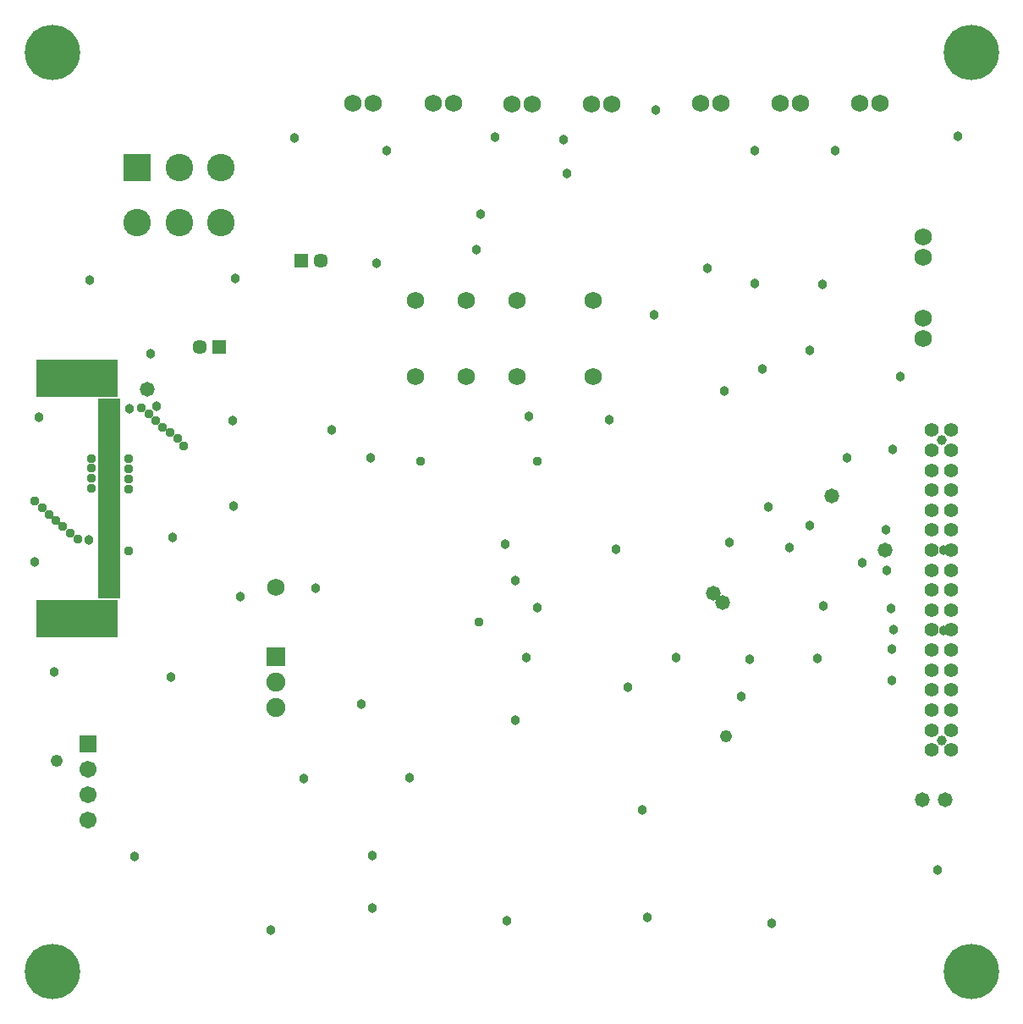
<source format=gbs>
%FSLAX23Y23*%
%MOIN*%
G70*
G01*
G75*
G04 Layer_Color=16711935*
%ADD10R,0.063X0.071*%
%ADD11R,0.028X0.035*%
%ADD12R,0.047X0.013*%
%ADD13R,0.071X0.063*%
%ADD14R,0.022X0.057*%
%ADD15R,0.022X0.057*%
%ADD16R,0.315X0.138*%
%ADD17R,0.079X0.012*%
%ADD18R,0.130X0.060*%
%ADD19O,0.028X0.098*%
%ADD20R,0.033X0.039*%
%ADD21R,0.033X0.039*%
%ADD22C,0.060*%
%ADD23R,0.118X0.039*%
%ADD24C,0.010*%
%ADD25C,0.012*%
%ADD26C,0.015*%
%ADD27C,0.050*%
%ADD28C,0.020*%
%ADD29C,0.025*%
%ADD30R,0.049X0.049*%
%ADD31C,0.049*%
%ADD32C,0.067*%
%ADD33R,0.067X0.067*%
%ADD34R,0.100X0.100*%
%ADD35C,0.100*%
%ADD36C,0.210*%
%ADD37R,0.059X0.059*%
%ADD38C,0.059*%
%ADD39C,0.047*%
%ADD40C,0.039*%
%ADD41C,0.030*%
%ADD42C,0.029*%
%ADD43C,0.040*%
%ADD44C,0.050*%
%ADD45C,0.008*%
%ADD46C,0.010*%
%ADD47C,0.004*%
%ADD48C,0.007*%
%ADD49C,0.006*%
%ADD50C,0.008*%
%ADD51R,0.071X0.079*%
%ADD52R,0.036X0.043*%
%ADD53R,0.055X0.021*%
%ADD54R,0.079X0.071*%
%ADD55R,0.030X0.065*%
%ADD56R,0.030X0.065*%
%ADD57R,0.323X0.146*%
%ADD58R,0.087X0.020*%
%ADD59R,0.138X0.068*%
%ADD60O,0.036X0.106*%
%ADD61R,0.041X0.047*%
%ADD62R,0.041X0.047*%
%ADD63C,0.068*%
%ADD64R,0.126X0.047*%
%ADD65R,0.057X0.057*%
%ADD66C,0.057*%
%ADD67C,0.075*%
%ADD68R,0.075X0.075*%
%ADD69R,0.108X0.108*%
%ADD70C,0.108*%
%ADD71C,0.218*%
%ADD72R,0.067X0.067*%
%ADD73C,0.067*%
%ADD74C,0.055*%
%ADD75C,0.038*%
%ADD76C,0.037*%
%ADD77C,0.048*%
%ADD78C,0.058*%
D40*
X3504Y913D02*
D03*
X3504Y2095D02*
D03*
D57*
X99Y1392D02*
D03*
X99Y2339D02*
D03*
D58*
X226Y1481D02*
D03*
X226Y1501D02*
D03*
X226Y1521D02*
D03*
X226Y1541D02*
D03*
X226Y1560D02*
D03*
X226Y1580D02*
D03*
X226Y1600D02*
D03*
X226Y1619D02*
D03*
X226Y1639D02*
D03*
X226Y1659D02*
D03*
X226Y1678D02*
D03*
X226Y1698D02*
D03*
X226Y1718D02*
D03*
X226Y1737D02*
D03*
X226Y1757D02*
D03*
X226Y1777D02*
D03*
X226Y1796D02*
D03*
X226Y1816D02*
D03*
X226Y1836D02*
D03*
X226Y1855D02*
D03*
X226Y1875D02*
D03*
X226Y1895D02*
D03*
X226Y1915D02*
D03*
X226Y1934D02*
D03*
X226Y1954D02*
D03*
X226Y1974D02*
D03*
X226Y1993D02*
D03*
X226Y2013D02*
D03*
X226Y2033D02*
D03*
X226Y2052D02*
D03*
X226Y2072D02*
D03*
X226Y2092D02*
D03*
X226Y2111D02*
D03*
X226Y2131D02*
D03*
X226Y2151D02*
D03*
X226Y2170D02*
D03*
X226Y2190D02*
D03*
X226Y2210D02*
D03*
X226Y2229D02*
D03*
X226Y2249D02*
D03*
D63*
X2132Y2644D02*
D03*
X1832Y2644D02*
D03*
X1632Y2644D02*
D03*
X1432Y2644D02*
D03*
X1432Y2344D02*
D03*
X1632Y2344D02*
D03*
X1832Y2344D02*
D03*
X2132Y2344D02*
D03*
X1500Y3420D02*
D03*
X1580Y3420D02*
D03*
X3181Y3420D02*
D03*
X3261Y3420D02*
D03*
X2556Y3420D02*
D03*
X2636Y3420D02*
D03*
X2869Y3420D02*
D03*
X2949Y3420D02*
D03*
X1812Y3419D02*
D03*
X1892Y3419D02*
D03*
X2124Y3419D02*
D03*
X2204Y3419D02*
D03*
X1186Y3420D02*
D03*
X1266Y3420D02*
D03*
X3431Y2895D02*
D03*
X3431Y2815D02*
D03*
X3431Y2575D02*
D03*
X3431Y2495D02*
D03*
X881Y1516D02*
D03*
D65*
X659Y2460D02*
D03*
X981Y2800D02*
D03*
D66*
X581Y2460D02*
D03*
X1059Y2800D02*
D03*
D67*
X880Y1040D02*
D03*
X880Y1140D02*
D03*
D68*
X880Y1240D02*
D03*
D69*
X335Y3168D02*
D03*
D70*
X335Y2952D02*
D03*
X500Y2952D02*
D03*
X500Y3168D02*
D03*
X665Y2952D02*
D03*
X665Y3168D02*
D03*
D71*
X-0Y-0D02*
D03*
X-0Y3623D02*
D03*
X3622Y-0D02*
D03*
X3622Y3622D02*
D03*
D72*
X142Y899D02*
D03*
D73*
X142Y799D02*
D03*
X142Y699D02*
D03*
X142Y599D02*
D03*
D74*
X3543Y874D02*
D03*
X3465Y874D02*
D03*
X3543Y953D02*
D03*
X3465Y953D02*
D03*
X3543Y1032D02*
D03*
X3465Y1032D02*
D03*
X3543Y1110D02*
D03*
X3465Y1110D02*
D03*
X3543Y1189D02*
D03*
X3465Y1189D02*
D03*
X3543Y1268D02*
D03*
X3465Y1268D02*
D03*
X3543Y1347D02*
D03*
X3465Y1347D02*
D03*
X3543Y1425D02*
D03*
X3465Y1425D02*
D03*
X3543Y1504D02*
D03*
X3465Y1504D02*
D03*
X3543Y1583D02*
D03*
X3465Y1583D02*
D03*
X3543Y1661D02*
D03*
X3465Y1661D02*
D03*
X3543Y1740D02*
D03*
X3465Y1740D02*
D03*
X3543Y1819D02*
D03*
X3465Y1819D02*
D03*
X3543Y1898D02*
D03*
X3465Y1898D02*
D03*
X3543Y1976D02*
D03*
X3465Y1976D02*
D03*
X3543Y2055D02*
D03*
X3465Y2055D02*
D03*
X3543Y2134D02*
D03*
X3465Y2134D02*
D03*
D75*
X3039Y1440D02*
D03*
X1689Y2984D02*
D03*
X2669Y1692D02*
D03*
X3307Y1272D02*
D03*
X2905Y1673D02*
D03*
X3314Y1347D02*
D03*
X3309Y1148D02*
D03*
X3289Y1582D02*
D03*
X2581Y2770D02*
D03*
X3312Y2059D02*
D03*
X3286Y1741D02*
D03*
X1255Y2024D02*
D03*
X2028Y3144D02*
D03*
X2798Y2375D02*
D03*
X2823Y1833D02*
D03*
X2748Y1231D02*
D03*
X1825Y1540D02*
D03*
X3305Y1430D02*
D03*
X2986Y1757D02*
D03*
X2986Y2449D02*
D03*
X3133Y2026D02*
D03*
X146Y1702D02*
D03*
X305Y2219D02*
D03*
X412Y2229D02*
D03*
X990Y761D02*
D03*
X1409Y764D02*
D03*
X1824Y990D02*
D03*
X712Y2170D02*
D03*
X716Y1835D02*
D03*
X1103Y2136D02*
D03*
X1868Y1237D02*
D03*
X1786Y1685D02*
D03*
X1910Y1436D02*
D03*
X2268Y1120D02*
D03*
X2324Y638D02*
D03*
X2345Y216D02*
D03*
X1261Y251D02*
D03*
X1261Y457D02*
D03*
X325Y455D02*
D03*
X3488Y402D02*
D03*
X3016Y1234D02*
D03*
X3340Y2345D02*
D03*
X2767Y2711D02*
D03*
X3035Y2709D02*
D03*
X2377Y3395D02*
D03*
X2014Y3279D02*
D03*
X1746Y3287D02*
D03*
X2372Y2587D02*
D03*
X2648Y2287D02*
D03*
X3085Y3236D02*
D03*
X2767Y3234D02*
D03*
X3568Y3292D02*
D03*
X956Y3284D02*
D03*
X147Y2725D02*
D03*
X388Y2436D02*
D03*
X720Y2732D02*
D03*
X1279Y2791D02*
D03*
X1319Y3236D02*
D03*
X1672Y2846D02*
D03*
X1879Y2189D02*
D03*
X2194Y2176D02*
D03*
X2223Y1664D02*
D03*
X1791Y203D02*
D03*
X2835Y192D02*
D03*
X860Y166D02*
D03*
X469Y1163D02*
D03*
X1038Y1510D02*
D03*
X1219Y1055D02*
D03*
X8Y1183D02*
D03*
X-53Y2184D02*
D03*
X-70Y1615D02*
D03*
X2714Y1086D02*
D03*
X2457Y1237D02*
D03*
X476Y1711D02*
D03*
X740Y1478D02*
D03*
X3191Y1611D02*
D03*
X3512Y1661D02*
D03*
X3512Y1344D02*
D03*
D76*
X155Y2023D02*
D03*
X300Y2021D02*
D03*
X155Y1985D02*
D03*
X155Y1945D02*
D03*
X300Y1942D02*
D03*
X155Y1905D02*
D03*
X300Y1902D02*
D03*
X-67Y1855D02*
D03*
X-38Y1827D02*
D03*
X-13Y1800D02*
D03*
X15Y1777D02*
D03*
X43Y1754D02*
D03*
X71Y1728D02*
D03*
X100Y1706D02*
D03*
X352Y2221D02*
D03*
X381Y2199D02*
D03*
X409Y2173D02*
D03*
X436Y2146D02*
D03*
X465Y2124D02*
D03*
X519Y2072D02*
D03*
X1682Y1378D02*
D03*
X1913Y2012D02*
D03*
X1450Y2012D02*
D03*
X300Y1981D02*
D03*
X302Y1657D02*
D03*
X494Y2100D02*
D03*
D77*
X2654Y927D02*
D03*
X19Y832D02*
D03*
D78*
X2642Y1455D02*
D03*
X3519Y677D02*
D03*
X3428Y678D02*
D03*
X2605Y1493D02*
D03*
X3283Y1663D02*
D03*
X3070Y1874D02*
D03*
X375Y2294D02*
D03*
M02*

</source>
